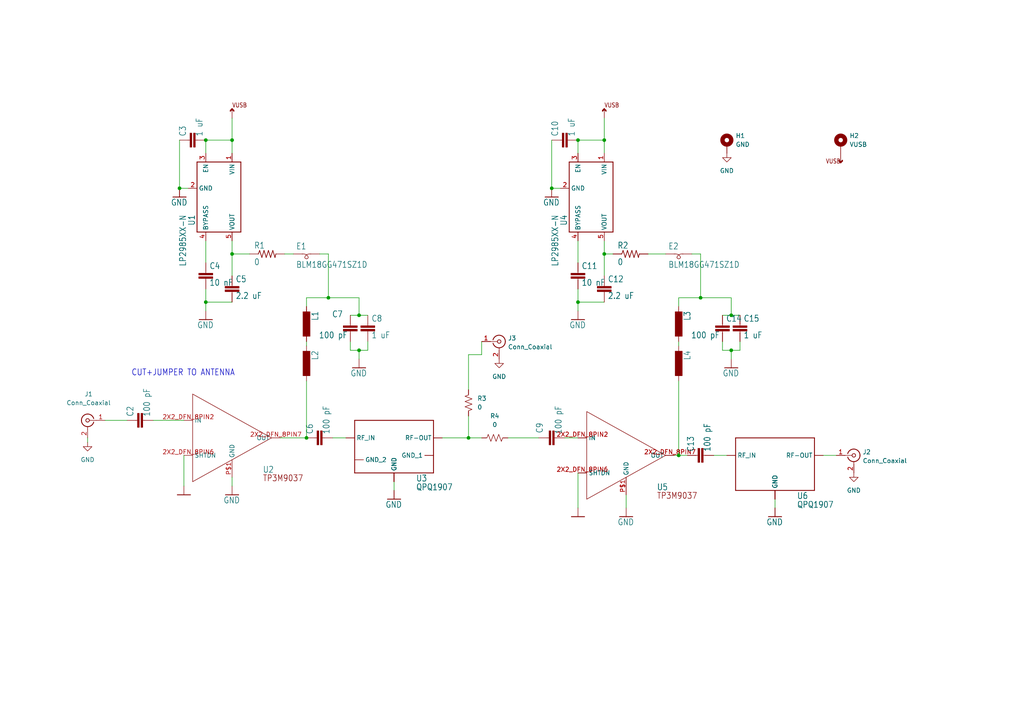
<source format=kicad_sch>
(kicad_sch (version 20211123) (generator eeschema)
  (paper "A4")
  (lib_symbols
    (symbol "Connector:Conn_Coaxial" (pin_names (offset 1.016) hide)
      (property "Reference" "J" (at 0.254 3.048 0))
      (property "Value" "Conn_Coaxial" (at 2.921 0 90))
      (symbol "Conn_Coaxial_0_1"
        (arc (start -1.778 -0.508) (mid 0.222 -1.808) (end 1.778 0) (stroke (width 0.254)))
        (polyline (pts (xy -2.54 0) (xy -0.508 0)))
        (polyline (pts (xy 0 -2.54) (xy 0 -1.778)))
        (circle (center 0 0) (radius 0.508) (stroke (width 0.2032)))
        (arc (start 1.778 0) (mid 0.222 1.8083) (end -1.778 0.508) (stroke (width 0.254)))
      )
      (symbol "Conn_Coaxial_1_1"
        (pin passive line (at -5.08 0 0) (length 2.54) (name "In") (number "1"))
        (pin passive line (at 0 -5.08 90) (length 2.54) (name "Ext") (number "2"))
      )
    )
    (symbol "Device:R_US" (pin_numbers hide) (pin_names (offset 0))
      (property "Reference" "R" (at 2.54 0 90))
      (property "Value" "R_US" (at -2.54 0 90))
      (symbol "R_US_0_1"
        (polyline (pts (xy 0 -2.286) (xy 0 -2.54)))
        (polyline (pts (xy 0 2.286) (xy 0 2.54)))
        (polyline (pts (xy 0 -0.762) (xy 1.016 -1.143) (xy 0 -1.524) (xy -1.016 -1.905) (xy 0 -2.286)))
        (polyline (pts (xy 0 0.762) (xy 1.016 0.381) (xy 0 0) (xy -1.016 -0.381) (xy 0 -0.762)))
        (polyline (pts (xy 0 2.286) (xy 1.016 1.905) (xy 0 1.524) (xy -1.016 1.143) (xy 0 0.762)))
      )
      (symbol "R_US_1_1"
        (pin passive line (at 0 3.81 270) (length 1.27) (name "~") (number "1"))
        (pin passive line (at 0 -3.81 90) (length 1.27) (name "~") (number "2"))
      )
    )
    (symbol "HGS_Reflector-eagle-import:C-EU0402-C-NOSILK"
      (property "Reference" "C" (at 1.524 0.381 0))
      (property "Value" "C-EU0402-C-NOSILK" (at 1.524 -4.699 0))
      (symbol "C-EU0402-C-NOSILK_1_0"
        (rectangle (start -2.032 -2.032) (end 2.032 -1.524) (fill (type outline)))
        (rectangle (start -2.032 -1.016) (end 2.032 -0.508) (fill (type outline)))
        (polyline (pts (xy 0 -2.54) (xy 0 -2.032)) (stroke (width 0.1524)))
        (polyline (pts (xy 0 0) (xy 0 -0.508)) (stroke (width 0.1524)))
        (pin passive line (at 0 2.54 270) (length 2.54) (name "1") (number "1"))
        (pin passive line (at 0 -5.08 90) (length 2.54) (name "2") (number "2"))
      )
    )
    (symbol "HGS_Reflector-eagle-import:C-EU0603-B-NOSILK"
      (property "Reference" "C" (at 1.524 0.381 0))
      (property "Value" "C-EU0603-B-NOSILK" (at 1.524 -4.699 0))
      (symbol "C-EU0603-B-NOSILK_1_0"
        (rectangle (start -2.032 -2.032) (end 2.032 -1.524) (fill (type outline)))
        (rectangle (start -2.032 -1.016) (end 2.032 -0.508) (fill (type outline)))
        (polyline (pts (xy 0 -2.54) (xy 0 -2.032)) (stroke (width 0.1524)))
        (polyline (pts (xy 0 0) (xy 0 -0.508)) (stroke (width 0.1524)))
        (pin passive line (at 0 2.54 270) (length 2.54) (name "1") (number "1"))
        (pin passive line (at 0 -5.08 90) (length 2.54) (name "2") (number "2"))
      )
    )
    (symbol "HGS_Reflector-eagle-import:C-EU0603-C-NOSILK"
      (property "Reference" "C" (at 1.524 0.381 0))
      (property "Value" "C-EU0603-C-NOSILK" (at 1.524 -4.699 0))
      (symbol "C-EU0603-C-NOSILK_1_0"
        (rectangle (start -2.032 -2.032) (end 2.032 -1.524) (fill (type outline)))
        (rectangle (start -2.032 -1.016) (end 2.032 -0.508) (fill (type outline)))
        (polyline (pts (xy 0 -2.54) (xy 0 -2.032)) (stroke (width 0.1524)))
        (polyline (pts (xy 0 0) (xy 0 -0.508)) (stroke (width 0.1524)))
        (pin passive line (at 0 2.54 270) (length 2.54) (name "1") (number "1"))
        (pin passive line (at 0 -5.08 90) (length 2.54) (name "2") (number "2"))
      )
    )
    (symbol "HGS_Reflector-eagle-import:GND" (power)
      (property "Value" "GND" (at -2.54 -2.54 0))
      (symbol "GND_1_0"
        (polyline (pts (xy -1.905 0) (xy 1.905 0)) (stroke (width 0.254)))
        (pin power_in line (at 0 2.54 270) (length 2.54) (name "GND") (number "1"))
      )
    )
    (symbol "HGS_Reflector-eagle-import:L-BEAD-0603-B"
      (property "Reference" "E" (at -4.318 1.27 0))
      (property "Value" "L-BEAD-0603-B" (at -4.318 -4.064 0))
      (symbol "L-BEAD-0603-B_1_0"
        (arc (start -1.778 -1.016) (mid -1.27 -1.6666) (end -0.762 -1.016) (stroke (width 0.1524)))
        (arc (start -1.27 -0.254) (mid -1.7574 -0.0446) (end -2.286 0) (stroke (width 0.1524)))
        (arc (start -1.27 -0.254) (mid -1.6022 -0.5829) (end -1.778 -1.016) (stroke (width 0.1524)))
        (arc (start -0.762 -1.016) (mid -0.9378 -0.5828) (end -1.27 -0.254) (stroke (width 0.1524)))
        (arc (start -0.254 0) (mid -0.7826 -0.0446) (end -1.27 -0.254) (stroke (width 0.1524)))
        (polyline (pts (xy -2.54 0) (xy -2.286 0)) (stroke (width 0.1524)))
        (polyline (pts (xy -0.254 0) (xy 0 0)) (stroke (width 0.1524)))
        (pin passive line (at -5.08 0 0) (length 2.54) (name "1") (number "1"))
        (pin passive line (at 2.54 0 180) (length 2.54) (name "2") (number "2"))
      )
    )
    (symbol "HGS_Reflector-eagle-import:L-EUL3216C"
      (property "Reference" "L" (at -1.4986 -3.81 90))
      (property "Value" "L-EUL3216C" (at 3.302 -3.81 90))
      (symbol "L-EUL3216C_1_0"
        (rectangle (start -1.016 -3.556) (end 1.016 3.556) (fill (type outline)))
        (pin passive line (at 0 5.08 270) (length 2.54) (name "1") (number "1"))
        (pin passive line (at 0 -5.08 90) (length 2.54) (name "2") (number "2"))
      )
    )
    (symbol "HGS_Reflector-eagle-import:LNA-TP3M9037"
      (symbol "LNA-TP3M9037_1_0"
        (polyline (pts (xy -8.89 -12.7) (xy -8.89 12.7)) (stroke (width 0.1524)))
        (polyline (pts (xy -8.89 -12.7) (xy 13.97 0)) (stroke (width 0.1524)))
        (polyline (pts (xy 13.97 0) (xy -8.89 12.7)) (stroke (width 0.1524)))
        (text "TP3M9037" (at 11.43 -12.7 0) (effects (font (size 1.778 1.5113)) (justify left bottom)))
        (pin bidirectional line (at -11.43 5.08 0) (length 2.54) (name "IN") (number "2X2_DFN_8PIN2"))
        (pin power_in line (at -11.43 -5.08 0) (length 2.54) (name "SHTDN") (number "2X2_DFN_8PIN6"))
        (pin bidirectional line (at 16.51 0 180) (length 2.54) (name "OUT") (number "2X2_DFN_8PIN7"))
        (pin power_in line (at 2.54 -11.43 90) (length 5.08) (name "GND") (number "P$1"))
      )
    )
    (symbol "HGS_Reflector-eagle-import:LP2985XX-N"
      (property "Reference" "U" (at 5.08 -7.62 0))
      (property "Value" "LP2985XX-N" (at 5.08 -10.16 0))
      (symbol "LP2985XX-N_1_0"
        (polyline (pts (xy -10.16 -5.08) (xy 10.16 -5.08)) (stroke (width 0.254)))
        (polyline (pts (xy -10.16 7.62) (xy -10.16 -5.08)) (stroke (width 0.254)))
        (polyline (pts (xy 10.16 -5.08) (xy 10.16 7.62)) (stroke (width 0.254)))
        (polyline (pts (xy 10.16 7.62) (xy -10.16 7.62)) (stroke (width 0.254)))
        (pin power_in line (at -12.7 5.08 0) (length 2.54) (name "VIN") (number "1"))
        (pin power_in line (at -2.54 -7.62 90) (length 2.54) (name "GND") (number "2"))
        (pin input line (at -12.7 -2.54 0) (length 2.54) (name "EN") (number "3"))
        (pin power_in line (at 12.7 -2.54 180) (length 2.54) (name "BYPASS") (number "4"))
        (pin power_in line (at 12.7 5.08 180) (length 2.54) (name "VOUT") (number "5"))
      )
    )
    (symbol "HGS_Reflector-eagle-import:QPQ1907"
      (property "Reference" "U" (at 6.35 -10.16 0))
      (property "Value" "QPQ1907" (at 6.35 -12.7 0))
      (symbol "QPQ1907_1_0"
        (polyline (pts (xy -11.43 -7.62) (xy -11.43 7.62)) (stroke (width 0.254)))
        (polyline (pts (xy -11.43 7.62) (xy 11.43 7.62)) (stroke (width 0.254)))
        (polyline (pts (xy 11.43 -7.62) (xy -11.43 -7.62)) (stroke (width 0.254)))
        (polyline (pts (xy 11.43 7.62) (xy 11.43 -7.62)) (stroke (width 0.254)))
        (pin power_in line (at 0 -10.16 90) (length 2.54) (name "GND") (number "GND"))
        (pin power_in line (at 0 -10.16 90) (length 2.54) (name "GND") (number "GND2"))
        (pin power_in line (at 0 -10.16 90) (length 2.54) (name "GND") (number "GND3"))
        (pin passive line (at -13.97 2.54 0) (length 2.54) (name "RF_IN") (number "INPUT"))
        (pin passive line (at 13.97 2.54 180) (length 2.54) (name "RF-OUT") (number "OUTPUT"))
      )
    )
    (symbol "HGS_Reflector-eagle-import:R-US_0603-B-NOSILK"
      (property "Reference" "R" (at -3.81 1.4986 0))
      (property "Value" "R-US_0603-B-NOSILK" (at -3.81 -3.302 0))
      (symbol "R-US_0603-B-NOSILK_1_0"
        (polyline (pts (xy -2.54 0) (xy -2.159 1.016)) (stroke (width 0.2032)))
        (polyline (pts (xy -2.159 1.016) (xy -1.524 -1.016)) (stroke (width 0.2032)))
        (polyline (pts (xy -1.524 -1.016) (xy -0.889 1.016)) (stroke (width 0.2032)))
        (polyline (pts (xy -0.889 1.016) (xy -0.254 -1.016)) (stroke (width 0.2032)))
        (polyline (pts (xy -0.254 -1.016) (xy 0.381 1.016)) (stroke (width 0.2032)))
        (polyline (pts (xy 0.381 1.016) (xy 1.016 -1.016)) (stroke (width 0.2032)))
        (polyline (pts (xy 1.016 -1.016) (xy 1.651 1.016)) (stroke (width 0.2032)))
        (polyline (pts (xy 1.651 1.016) (xy 2.286 -1.016)) (stroke (width 0.2032)))
        (polyline (pts (xy 2.286 -1.016) (xy 2.54 0)) (stroke (width 0.2032)))
        (pin passive line (at -5.08 0 0) (length 2.54) (name "1") (number "1"))
        (pin passive line (at 5.08 0 180) (length 2.54) (name "2") (number "2"))
      )
    )
    (symbol "HGS_Reflector-eagle-import:VUSB" (power)
      (symbol "VUSB_1_0"
        (polyline (pts (xy -0.508 2.032) (xy 0 2.54)) (stroke (width 0.254)))
        (polyline (pts (xy -0.508 2.286) (xy -0.508 2.032)) (stroke (width 0.254)))
        (polyline (pts (xy -0.508 2.286) (xy 0 2.794)) (stroke (width 0.254)))
        (polyline (pts (xy 0 2.54) (xy 0.508 2.032)) (stroke (width 0.254)))
        (polyline (pts (xy 0 2.794) (xy 0.508 2.286)) (stroke (width 0.254)))
        (polyline (pts (xy 0.508 2.286) (xy 0.508 2.032)) (stroke (width 0.254)))
        (text "VUSB" (at 0 3.048 0) (effects (font (size 1.27 1.0795)) (justify left bottom)))
        (pin power_in line (at 0 0 90) (length 2.54) (name "VUSB") (number "1"))
      )
    )
    (symbol "Mechanical:MountingHole_Pad" (pin_numbers hide) (pin_names (offset 1.016) hide)
      (property "Reference" "H" (at 0 6.35 0))
      (property "Value" "MountingHole_Pad" (at 0 4.445 0))
      (symbol "MountingHole_Pad_0_1"
        (circle (center 0 1.27) (radius 1.27) (stroke (width 1.27)))
      )
      (symbol "MountingHole_Pad_1_1"
        (pin input line (at 0 -2.54 90) (length 2.54) (name "1") (number "1"))
      )
    )
    (symbol "QPQ1907_1"
      (property "Reference" "U3" (at 6.35 -10.16 0))
      (property "Value" "QPQ1907_1" (at 6.35 -12.7 0))
      (symbol "QPQ1907_1_1_0"
        (polyline (pts (xy -11.43 -7.62) (xy -11.43 7.62)) (stroke (width 0.254)))
        (polyline (pts (xy -11.43 7.62) (xy 11.43 7.62)) (stroke (width 0.254)))
        (polyline (pts (xy 11.43 -7.62) (xy -11.43 -7.62)) (stroke (width 0.254)))
        (polyline (pts (xy 11.43 7.62) (xy 11.43 -7.62)) (stroke (width 0.254)))
        (pin power_in line (at 0 -10.16 90) (length 2.54) (name "GND") (number "GND"))
        (pin power_in line (at 0 -10.16 90) (length 2.54) (name "GND") (number "GND2"))
        (pin power_in line (at 0 -10.16 90) (length 2.54) (name "GND") (number "GND3"))
        (pin passive line (at -13.97 2.54 0) (length 2.54) (name "RF_IN") (number "INPUT"))
        (pin passive line (at 13.97 2.54 180) (length 2.54) (name "RF-OUT") (number "OUTPUT"))
      )
      (symbol "QPQ1907_1_1_1"
        (pin power_in line (at 11.43 -2.54 180) (length 2.54) (name "GND_1") (number ""))
        (pin power_in line (at -11.43 -3.81 0) (length 2.54) (name "GND_2") (number ""))
      )
    )
    (symbol "power:GND" (power) (pin_names (offset 0))
      (property "Value" "GND" (at 0 -3.81 0))
      (symbol "GND_0_1"
        (polyline (pts (xy 0 0) (xy 0 -1.27) (xy 1.27 -1.27) (xy 0 -2.54) (xy -1.27 -1.27) (xy 0 -1.27)))
      )
      (symbol "GND_1_1"
        (pin power_in line (at 0 0 270) (length 0) hide (name "GND") (number "1"))
      )
    )
  )
  (junction (at 95.25 86.36))
  (junction (at 104.14 91.44))
  (junction (at 52.07 54.61))
  (junction (at 196.85 132.08))
  (junction (at 104.14 101.6))
  (junction (at 175.26 73.66))
  (junction (at 212.09 101.6))
  (junction (at 59.69 40.64))
  (junction (at 67.31 40.64))
  (junction (at 67.31 73.66))
  (junction (at 160.02 54.61))
  (junction (at 135.89 127))
  (junction (at 212.09 91.44))
  (junction (at 59.69 87.63))
  (junction (at 175.26 40.64))
  (junction (at 167.64 40.64))
  (junction (at 88.9 127))
  (junction (at 203.2 86.36))
  (junction (at 167.64 87.63))
  (wire (pts (xy 212.09 104.14) (xy 212.09 101.6)))
  (wire (pts (xy 53.34 132.08) (xy 53.34 140.97)))
  (wire (pts (xy 209.55 101.6) (xy 212.09 101.6)))
  (wire (pts (xy 160.02 54.61) (xy 162.56 54.61)))
  (wire (pts (xy 128.27 127) (xy 135.89 127)))
  (wire (pts (xy 160.02 40.64) (xy 160.02 54.61)))
  (wire (pts (xy 209.55 101.6) (xy 209.55 99.06)))
  (wire (pts (xy 106.68 99.06) (xy 106.68 101.6)))
  (wire (pts (xy 139.7 99.06) (xy 139.7 102.87)))
  (wire (pts (xy 224.79 144.78) (xy 224.79 147.32)))
  (wire (pts (xy 214.63 99.06) (xy 214.63 101.6)))
  (wire (pts (xy 181.61 147.32) (xy 181.61 143.51)))
  (wire (pts (xy 67.31 140.97) (xy 67.31 138.43)))
  (wire (pts (xy 175.26 40.64) (xy 175.26 34.29)))
  (wire (pts (xy 88.9 127) (xy 88.9 110.49)))
  (wire (pts (xy 52.07 40.64) (xy 52.07 54.61)))
  (wire (pts (xy 167.64 87.63) (xy 167.64 83.82)))
  (wire (pts (xy 167.64 76.2) (xy 167.64 69.85)))
  (wire (pts (xy 59.69 87.63) (xy 67.31 87.63)))
  (wire (pts (xy 104.14 104.14) (xy 104.14 101.6)))
  (wire (pts (xy 95.25 86.36) (xy 95.25 73.66)))
  (wire (pts (xy 212.09 86.36) (xy 203.2 86.36)))
  (wire (pts (xy 59.69 40.64) (xy 67.31 40.64)))
  (wire (pts (xy 67.31 40.64) (xy 67.31 34.29)))
  (wire (pts (xy 101.6 101.6) (xy 101.6 99.06)))
  (wire (pts (xy 212.09 91.44) (xy 214.63 91.44)))
  (wire (pts (xy 104.14 91.44) (xy 106.68 91.44)))
  (wire (pts (xy 175.26 73.66) (xy 175.26 69.85)))
  (wire (pts (xy 167.64 40.64) (xy 175.26 40.64)))
  (wire (pts (xy 200.66 73.66) (xy 203.2 73.66)))
  (wire (pts (xy 59.69 76.2) (xy 59.69 69.85)))
  (wire (pts (xy 207.01 132.08) (xy 210.82 132.08)))
  (wire (pts (xy 81.28 127) (xy 88.9 127)))
  (wire (pts (xy 82.55 73.66) (xy 85.09 73.66)))
  (wire (pts (xy 196.85 86.36) (xy 203.2 86.36)))
  (wire (pts (xy 104.14 86.36) (xy 104.14 91.44)))
  (wire (pts (xy 100.33 127) (xy 96.52 127)))
  (wire (pts (xy 88.9 88.9) (xy 88.9 86.36)))
  (wire (pts (xy 167.64 137.16) (xy 167.64 147.32)))
  (wire (pts (xy 101.6 101.6) (xy 104.14 101.6)))
  (wire (pts (xy 95.25 86.36) (xy 104.14 86.36)))
  (wire (pts (xy 199.39 132.08) (xy 196.85 132.08)))
  (wire (pts (xy 44.45 121.92) (xy 53.34 121.92)))
  (wire (pts (xy 36.83 121.92) (xy 30.48 121.92)))
  (wire (pts (xy 196.85 99.06) (xy 196.85 100.33)))
  (wire (pts (xy 106.68 101.6) (xy 104.14 101.6)))
  (wire (pts (xy 196.85 88.9) (xy 196.85 86.36)))
  (wire (pts (xy 203.2 73.66) (xy 203.2 86.36)))
  (wire (pts (xy 92.71 73.66) (xy 95.25 73.66)))
  (wire (pts (xy 214.63 101.6) (xy 212.09 101.6)))
  (wire (pts (xy 67.31 73.66) (xy 72.39 73.66)))
  (wire (pts (xy 114.3 139.7) (xy 114.3 142.24)))
  (wire (pts (xy 88.9 99.06) (xy 88.9 100.33)))
  (wire (pts (xy 135.89 120.65) (xy 135.89 127)))
  (wire (pts (xy 59.69 90.17) (xy 59.69 87.63)))
  (wire (pts (xy 175.26 44.45) (xy 175.26 40.64)))
  (wire (pts (xy 101.6 91.44) (xy 104.14 91.44)))
  (wire (pts (xy 67.31 73.66) (xy 67.31 80.01)))
  (wire (pts (xy 67.31 44.45) (xy 67.31 40.64)))
  (wire (pts (xy 52.07 54.61) (xy 54.61 54.61)))
  (wire (pts (xy 67.31 73.66) (xy 67.31 69.85)))
  (wire (pts (xy 238.76 132.08) (xy 242.57 132.08)))
  (wire (pts (xy 175.26 73.66) (xy 175.26 80.01)))
  (wire (pts (xy 139.7 102.87) (xy 135.89 102.87)))
  (wire (pts (xy 147.32 127) (xy 156.21 127)))
  (wire (pts (xy 187.96 73.66) (xy 193.04 73.66)))
  (wire (pts (xy 196.85 132.08) (xy 196.85 110.49)))
  (wire (pts (xy 59.69 44.45) (xy 59.69 40.64)))
  (wire (pts (xy 167.64 44.45) (xy 167.64 40.64)))
  (wire (pts (xy 175.26 73.66) (xy 177.8 73.66)))
  (wire (pts (xy 167.64 90.17) (xy 167.64 87.63)))
  (wire (pts (xy 88.9 86.36) (xy 95.25 86.36)))
  (wire (pts (xy 135.89 102.87) (xy 135.89 113.03)))
  (wire (pts (xy 135.89 127) (xy 139.7 127)))
  (wire (pts (xy 25.4 128.27) (xy 25.4 127)))
  (wire (pts (xy 167.64 87.63) (xy 175.26 87.63)))
  (wire (pts (xy 163.83 127) (xy 167.64 127)))
  (wire (pts (xy 59.69 87.63) (xy 59.69 83.82)))
  (wire (pts (xy 212.09 91.44) (xy 212.09 86.36)))
  (wire (pts (xy 195.58 132.08) (xy 196.85 132.08)))
  (wire (pts (xy 209.55 91.44) (xy 212.09 91.44)))
  (text "CUT+JUMPER TO ANTENNA" (at 38.1 109.22 180) (effects (font (size 1.778 1.5113)) (justify left bottom)))
  (symbol (lib_id "Connector:Conn_Coaxial") (at 247.65 132.08 0) (unit 1)
    (property "Reference" "J2" (at 250.19 131.1031 0) (effects (justify left)))
    (property "Value" "Conn_Coaxial" (at 250.19 133.6431 0) (effects (justify left)))
    (property "Footprint" "Connector_Coaxial:SMA_Molex_73251-1153_EdgeMount_Horizontal" (effects hide))
    (property "Datasheet" " ~" (effects hide))
  )
  (symbol (lib_id "HGS_Reflector-eagle-import:GND") (at 167.64 92.71 0) (unit 1)
    (property "Reference" "#GND0104" (effects hide))
    (property "Value" "GND" (at 165.1 95.25 0) (effects (font (size 1.778 1.5113)) (justify left bottom)))
  )
  (symbol (lib_id "HGS_Reflector-eagle-import:GND") (at 167.64 149.86 0) (unit 1)
    (property "Reference" "#GND0113" (effects hide))
    (property "Value" "GND" (at 165.1 152.4 0) (effects (font (size 1.778 1.5113)) (justify left bottom)))
    (property "Value" "GND" (effects hide))
  )
  (symbol (lib_id "HGS_Reflector-eagle-import:QPQ1907") (at 224.79 134.62 0) (unit 1)
    (property "Reference" "U6" (at 231.14 144.78 0) (effects (font (size 1.778 1.5113)) (justify left bottom)))
    (property "Value" "QPQ1907" (at 231.14 147.32 0) (effects (font (size 1.778 1.5113)) (justify left bottom)))
    (property "Footprint" "HGS_Reflector:QPQ1907" (effects hide))
  )
  (symbol (lib_id "power:GND") (at 144.78 104.14 0) (unit 1)
    (property "Reference" "#PWR0102" (effects hide))
    (property "Value" "GND" (at 144.78 109.22 0))
  )
  (symbol (lib_id "HGS_Reflector-eagle-import:C-EU0603-B-NOSILK") (at 67.31 82.55 0) (unit 1)
    (property "Reference" "C5" (at 68.326 81.915 0) (effects (font (size 1.778 1.5113)) (justify left bottom)))
    (property "Value" "2.2 uF" (at 68.326 86.741 0) (effects (font (size 1.778 1.5113)) (justify left bottom)))
    (property "Footprint" "HGS_Reflector:.0603-B-NOSILK" (effects hide))
  )
  (symbol (lib_id "HGS_Reflector-eagle-import:L-EUL3216C") (at 88.9 105.41 180) (unit 1)
    (property "Reference" "L2" (at 90.3986 101.6 90) (effects (font (size 1.778 1.5113)) (justify left bottom)))
    (property "Value" "10n" (at 85.598 101.6 90) (effects (font (size 1.778 1.5113)) (justify left bottom)))
    (property "Footprint" "HGS_Reflector:L3216C" (effects hide))
    (property "Value" "10n" (effects hide))
  )
  (symbol (lib_id "Device:R_US") (at 143.51 127 90) (unit 1)
    (property "Reference" "R4" (at 143.51 120.65 90))
    (property "Value" "0" (at 143.51 123.19 90))
    (property "Footprint" "HGS_Reflector:.0603-B-NOSILK" (effects hide))
  )
  (symbol (lib_id "HGS_Reflector-eagle-import:GND") (at 224.79 149.86 0) (unit 1)
    (property "Reference" "#GND0102" (effects hide))
    (property "Value" "GND" (at 222.25 152.4 0) (effects (font (size 1.778 1.5113)) (justify left bottom)))
  )
  (symbol (lib_id "HGS_Reflector-eagle-import:L-EUL3216C") (at 88.9 93.98 180) (unit 1)
    (property "Reference" "L1" (at 90.3986 90.17 90) (effects (font (size 1.778 1.5113)) (justify left bottom)))
    (property "Value" "8n" (at 85.598 90.17 90) (effects (font (size 1.778 1.5113)) (justify left bottom)))
    (property "Footprint" "HGS_Reflector:L3216C" (effects hide))
    (property "Value" "8n" (effects hide))
  )
  (symbol (lib_id "Connector:Conn_Coaxial") (at 144.78 99.06 0) (unit 1)
    (property "Reference" "J3" (at 147.32 98.0831 0) (effects (justify left)))
    (property "Value" "Conn_Coaxial" (at 147.32 100.6231 0) (effects (justify left)))
    (property "Footprint" "Connector_Coaxial:SMA_Molex_73251-1153_EdgeMount_Horizontal" (effects hide))
    (property "Datasheet" " ~" (effects hide))
  )
  (symbol (lib_id "HGS_Reflector-eagle-import:C-EU0603-B-NOSILK") (at 175.26 82.55 0) (unit 1)
    (property "Reference" "C12" (at 176.276 81.915 0) (effects (font (size 1.778 1.5113)) (justify left bottom)))
    (property "Value" "2.2 uF" (at 176.276 86.741 0) (effects (font (size 1.778 1.5113)) (justify left bottom)))
    (property "Footprint" "HGS_Reflector:.0603-B-NOSILK" (effects hide))
  )
  (symbol (lib_id "HGS_Reflector-eagle-import:L-BEAD-0603-B") (at 90.17 73.66 0) (unit 1)
    (property "Reference" "E1" (at 85.852 72.39 0) (effects (font (size 1.778 1.5113)) (justify left bottom)))
    (property "Value" "BLM18GG471SZ1D" (at 85.852 77.724 0) (effects (font (size 1.778 1.5113)) (justify left bottom)))
    (property "Footprint" "HGS_Reflector:.0603-B" (effects hide))
  )
  (symbol (lib_id "HGS_Reflector-eagle-import:GND") (at 67.31 143.51 0) (unit 1)
    (property "Reference" "#GND0110" (effects hide))
    (property "Value" "GND" (at 64.77 146.05 0) (effects (font (size 1.778 1.5113)) (justify left bottom)))
  )
  (symbol (lib_id "HGS_Reflector-eagle-import:LP2985XX-N") (at 170.18 57.15 270) (unit 1)
    (property "Reference" "U4" (at 162.56 62.23 0) (effects (font (size 1.778 1.5113)) (justify left bottom)))
    (property "Value" "LP2985XX-N" (at 160.02 62.23 0) (effects (font (size 1.778 1.5113)) (justify left bottom)))
    (property "Footprint" "HGS_Reflector:SOT-23" (effects hide))
  )
  (symbol (lib_id "HGS_Reflector-eagle-import:C-EU0603-B-NOSILK") (at 59.69 78.74 0) (unit 1)
    (property "Reference" "C4" (at 60.706 78.105 0) (effects (font (size 1.778 1.5113)) (justify left bottom)))
    (property "Value" "10 nF" (at 60.706 82.931 0) (effects (font (size 1.778 1.5113)) (justify left bottom)))
    (property "Footprint" "HGS_Reflector:.0603-B-NOSILK" (effects hide))
  )
  (symbol (lib_id "HGS_Reflector-eagle-import:C-EU0603-B-NOSILK") (at 162.56 40.64 90) (unit 1)
    (property "Reference" "C10" (at 161.925 39.624 0) (effects (font (size 1.778 1.5113)) (justify left bottom)))
    (property "Value" "1 uF" (at 166.751 39.624 0) (effects (font (size 1.778 1.5113)) (justify left bottom)))
    (property "Footprint" "HGS_Reflector:.0603-B-NOSILK" (effects hide))
  )
  (symbol (lib_id "HGS_Reflector-eagle-import:C-EU0402-C-NOSILK") (at 39.37 121.92 90) (unit 1)
    (property "Reference" "C2" (at 38.735 120.904 0) (effects (font (size 1.778 1.5113)) (justify left bottom)))
    (property "Value" "100 pF" (at 43.561 120.904 0) (effects (font (size 1.778 1.5113)) (justify left bottom)))
    (property "Footprint" "HGS_Reflector:.0402-C-NOSILK" (effects hide))
  )
  (symbol (lib_id "HGS_Reflector-eagle-import:GND") (at 52.07 57.15 0) (unit 1)
    (property "Reference" "#GND0106" (effects hide))
    (property "Value" "GND" (at 49.53 59.69 0) (effects (font (size 1.778 1.5113)) (justify left bottom)))
  )
  (symbol (lib_id "HGS_Reflector-eagle-import:C-EU0603-C-NOSILK") (at 101.6 93.98 0) (unit 1)
    (property "Reference" "C7" (at 96.266 92.075 0) (effects (font (size 1.778 1.5113)) (justify left bottom)))
    (property "Value" "100 pF" (at 92.456 98.171 0) (effects (font (size 1.778 1.5113)) (justify left bottom)))
    (property "Footprint" "HGS_Reflector:.0603-C-NOSILK" (effects hide))
  )
  (symbol (lib_id "HGS_Reflector-eagle-import:C-EU0603-C-NOSILK") (at 214.63 93.98 0) (unit 1)
    (property "Reference" "C15" (at 215.646 93.345 0) (effects (font (size 1.778 1.5113)) (justify left bottom)))
    (property "Value" "1 uF" (at 215.646 98.171 0) (effects (font (size 1.778 1.5113)) (justify left bottom)))
    (property "Footprint" "HGS_Reflector:.0603-C-NOSILK" (effects hide))
  )
  (symbol (lib_id "HGS_Reflector-eagle-import:VUSB") (at 175.26 34.29 0) (unit 1)
    (property "Reference" "#V0101" (effects hide))
    (property "Value" "VUSB" (effects hide))
  )
  (symbol (lib_id "HGS_Reflector-eagle-import:GND") (at 181.61 149.86 0) (unit 1)
    (property "Reference" "#GND0111" (effects hide))
    (property "Value" "GND" (at 179.07 152.4 0) (effects (font (size 1.778 1.5113)) (justify left bottom)))
  )
  (symbol (lib_id "HGS_Reflector-eagle-import:L-EUL3216C") (at 196.85 93.98 180) (unit 1)
    (property "Reference" "L3" (at 198.3486 90.17 90) (effects (font (size 1.778 1.5113)) (justify left bottom)))
    (property "Value" "8n" (at 193.548 90.17 90) (effects (font (size 1.778 1.5113)) (justify left bottom)))
    (property "Footprint" "HGS_Reflector:L3216C" (effects hide))
    (property "Value" "8n" (effects hide))
  )
  (symbol (lib_id "HGS_Reflector-eagle-import:L-EUL3216C") (at 196.85 105.41 180) (unit 1)
    (property "Reference" "L4" (at 198.3486 101.6 90) (effects (font (size 1.778 1.5113)) (justify left bottom)))
    (property "Value" "10n" (at 193.548 101.6 90) (effects (font (size 1.778 1.5113)) (justify left bottom)))
    (property "Footprint" "HGS_Reflector:L3216C" (effects hide))
    (property "Value" "10n" (effects hide))
  )
  (symbol (lib_id "HGS_Reflector-eagle-import:C-EU0603-C-NOSILK") (at 106.68 93.98 0) (unit 1)
    (property "Reference" "C8" (at 107.696 93.345 0) (effects (font (size 1.778 1.5113)) (justify left bottom)))
    (property "Value" "1 uF" (at 107.696 98.171 0) (effects (font (size 1.778 1.5113)) (justify left bottom)))
    (property "Footprint" "HGS_Reflector:.0603-C-NOSILK" (effects hide))
  )
  (symbol (lib_id "HGS_Reflector-eagle-import:R-US_0603-B-NOSILK") (at 182.88 73.66 0) (unit 1)
    (property "Reference" "R2" (at 179.07 72.1614 0) (effects (font (size 1.778 1.5113)) (justify left bottom)))
    (property "Value" "0" (at 179.07 76.962 0) (effects (font (size 1.778 1.5113)) (justify left bottom)))
    (property "Footprint" "HGS_Reflector:.0603-B-NOSILK" (effects hide))
  )
  (symbol (lib_id "HGS_Reflector-eagle-import:LNA-TP3M9037") (at 64.77 127 0) (unit 1)
    (property "Reference" "U2" (at 76.2 137.16 0) (effects (font (size 1.778 1.5113)) (justify left bottom)))
    (property "Value" "LNA-TP3M9037" (effects hide))
    (property "Footprint" "HGS_Reflector:TP3M9037" (effects hide))
  )
  (symbol (lib_id "HGS_Reflector-eagle-import:GND") (at 59.69 92.71 0) (unit 1)
    (property "Reference" "#GND0105" (effects hide))
    (property "Value" "GND" (at 57.15 95.25 0) (effects (font (size 1.778 1.5113)) (justify left bottom)))
  )
  (symbol (lib_id "Connector:Conn_Coaxial") (at 25.4 121.92 0) (mirror y) (unit 1)
    (property "Reference" "J1" (at 25.7174 114.3 0))
    (property "Value" "Conn_Coaxial" (at 25.7174 116.84 0))
    (property "Footprint" "Connector_Coaxial:SMA_Molex_73251-1153_EdgeMount_Horizontal" (effects hide))
    (property "Datasheet" " ~" (effects hide))
  )
  (symbol (lib_id "HGS_Reflector-eagle-import:C-EU0603-B-NOSILK") (at 167.64 78.74 0) (unit 1)
    (property "Reference" "C11" (at 168.656 78.105 0) (effects (font (size 1.778 1.5113)) (justify left bottom)))
    (property "Value" "10 nF" (at 168.656 82.931 0) (effects (font (size 1.778 1.5113)) (justify left bottom)))
    (property "Footprint" "HGS_Reflector:.0603-B-NOSILK" (effects hide))
  )
  (symbol (lib_id "HGS_Reflector-eagle-import:VUSB") (at 67.31 34.29 0) (unit 1)
    (property "Reference" "#V0102" (effects hide))
    (property "Value" "VUSB" (effects hide))
  )
  (symbol (lib_id "HGS_Reflector-eagle-import:GND") (at 114.3 144.78 0) (unit 1)
    (property "Reference" "#GND0112" (effects hide))
    (property "Value" "GND" (at 111.76 147.32 0) (effects (font (size 1.778 1.5113)) (justify left bottom)))
  )
  (symbol (lib_id "HGS_Reflector-eagle-import:GND") (at 160.02 57.15 0) (unit 1)
    (property "Reference" "#GND0103" (effects hide))
    (property "Value" "GND" (at 157.48 59.69 0) (effects (font (size 1.778 1.5113)) (justify left bottom)))
  )
  (symbol (lib_id "HGS_Reflector-eagle-import:VUSB") (at 243.84 44.45 180) (unit 1)
    (property "Reference" "#V0103" (effects hide))
    (property "Value" "VUSB" (effects hide))
  )
  (symbol (lib_id "power:GND") (at 247.65 137.16 0) (unit 1)
    (property "Reference" "#PWR0101" (effects hide))
    (property "Value" "GND" (at 247.65 142.24 0))
  )
  (symbol (lib_id "HGS_Reflector-eagle-import:LP2985XX-N") (at 62.23 57.15 270) (unit 1)
    (property "Reference" "U1" (at 54.61 62.23 0) (effects (font (size 1.778 1.5113)) (justify left bottom)))
    (property "Value" "LP2985XX-N" (at 52.07 62.23 0) (effects (font (size 1.778 1.5113)) (justify left bottom)))
    (property "Footprint" "HGS_Reflector:SOT-23" (effects hide))
  )
  (symbol (lib_id "Mechanical:MountingHole_Pad") (at 243.84 41.91 0) (unit 1)
    (property "Reference" "H2" (at 246.38 39.3699 0) (effects (justify left)))
    (property "Value" "VUSB" (at 246.38 41.9099 0) (effects (justify left)))
    (property "Footprint" "Connector_PinHeader_2.00mm:PinHeader_1x01_P2.00mm_Vertical" (effects hide))
  )
  (symbol (lib_id "HGS_Reflector-eagle-import:LNA-TP3M9037") (at 179.07 132.08 0) (unit 1)
    (property "Reference" "U5" (at 190.5 142.24 0) (effects (font (size 1.778 1.5113)) (justify left bottom)))
    (property "Value" "LNA-TP3M9037" (effects hide))
    (property "Footprint" "HGS_Reflector:TP3M9037" (effects hide))
  )
  (symbol (lib_id "HGS_Reflector-eagle-import:C-EU0402-C-NOSILK") (at 91.44 127 90) (unit 1)
    (property "Reference" "C6" (at 90.805 125.984 0) (effects (font (size 1.778 1.5113)) (justify left bottom)))
    (property "Value" "100 pF" (at 95.631 125.984 0) (effects (font (size 1.778 1.5113)) (justify left bottom)))
    (property "Footprint" "HGS_Reflector:.0402-C-NOSILK" (effects hide))
  )
  (symbol (lib_id "HGS_Reflector-eagle-import:R-US_0603-B-NOSILK") (at 77.47 73.66 0) (unit 1)
    (property "Reference" "R1" (at 73.66 72.1614 0) (effects (font (size 1.778 1.5113)) (justify left bottom)))
    (property "Value" "0" (at 73.66 76.962 0) (effects (font (size 1.778 1.5113)) (justify left bottom)))
    (property "Footprint" "HGS_Reflector:.0603-B-NOSILK" (effects hide))
  )
  (symbol (lib_id "HGS_Reflector-eagle-import:C-EU0603-C-NOSILK") (at 209.55 93.98 0) (unit 1)
    (property "Reference" "C14" (at 210.566 93.345 0) (effects (font (size 1.778 1.5113)) (justify left bottom)))
    (property "Value" "100 pF" (at 200.406 98.171 0) (effects (font (size 1.778 1.5113)) (justify left bottom)))
    (property "Footprint" "HGS_Reflector:.0603-C-NOSILK" (effects hide))
  )
  (symbol (lib_id "HGS_Reflector-eagle-import:C-EU0603-B-NOSILK") (at 54.61 40.64 90) (unit 1)
    (property "Reference" "C3" (at 53.975 39.624 0) (effects (font (size 1.778 1.5113)) (justify left bottom)))
    (property "Value" "1 uF" (at 58.801 39.624 0) (effects (font (size 1.778 1.5113)) (justify left bottom)))
    (property "Footprint" "HGS_Reflector:.0603-B-NOSILK" (effects hide))
  )
  (symbol (lib_id "HGS_Reflector-eagle-import:GND") (at 104.14 106.68 0) (unit 1)
    (property "Reference" "#GND0107" (effects hide))
    (property "Value" "GND" (at 101.6 109.22 0) (effects (font (size 1.778 1.5113)) (justify left bottom)))
  )
  (symbol (lib_id "HGS_Reflector-eagle-import:GND") (at 53.34 143.51 0) (unit 1)
    (property "Reference" "#GND0109" (effects hide))
    (property "Value" "GND" (at 50.8 146.05 0) (effects (font (size 1.778 1.5113)) (justify left bottom)))
    (property "Value" "GND" (effects hide))
  )
  (symbol (lib_id "HGS_Reflector-eagle-import:L-BEAD-0603-B") (at 198.12 73.66 0) (unit 1)
    (property "Reference" "E2" (at 193.802 72.39 0) (effects (font (size 1.778 1.5113)) (justify left bottom)))
    (property "Value" "BLM18GG471SZ1D" (at 193.802 77.724 0) (effects (font (size 1.778 1.5113)) (justify left bottom)))
    (property "Footprint" "HGS_Reflector:.0603-B" (effects hide))
  )
  (symbol (lib_id "HGS_Reflector-eagle-import:C-EU0402-C-NOSILK") (at 158.75 127 90) (unit 1)
    (property "Reference" "C9" (at 157.48 125.73 0) (effects (font (size 1.778 1.5113)) (justify left bottom)))
    (property "Value" "100 pF" (at 162.941 125.984 0) (effects (font (size 1.778 1.5113)) (justify left bottom)))
    (property "Footprint" "HGS_Reflector:.0402-C-NOSILK" (effects hide))
  )
  (symbol (lib_id "HGS_Reflector-eagle-import:GND") (at 212.09 106.68 0) (unit 1)
    (property "Reference" "#GND0101" (effects hide))
    (property "Value" "GND" (at 209.55 109.22 0) (effects (font (size 1.778 1.5113)) (justify left bottom)))
  )
  (symbol (lib_id "power:GND") (at 210.82 44.45 0) (unit 1)
    (property "Reference" "#PWR0104" (effects hide))
    (property "Value" "GND" (at 210.82 49.53 0))
  )
  (symbol (lib_id "Device:R_US") (at 135.89 116.84 0) (mirror y) (unit 1)
    (property "Reference" "R3" (at 138.43 115.5699 0) (effects (justify right)))
    (property "Value" "0" (at 138.43 118.1099 0) (effects (justify right)))
    (property "Footprint" "HGS_Reflector:.0603-B-NOSILK" (effects hide))
  )
  (symbol (lib_id "HGS_Reflector-eagle-import:C-EU0402-C-NOSILK") (at 201.93 132.08 90) (unit 1)
    (property "Reference" "C13" (at 201.295 131.064 0) (effects (font (size 1.778 1.5113)) (justify left bottom)))
    (property "Value" "100 pF" (at 206.121 131.064 0) (effects (font (size 1.778 1.5113)) (justify left bottom)))
    (property "Footprint" "HGS_Reflector:.0402-C-NOSILK" (effects hide))
  )
  (symbol (lib_id "Mechanical:MountingHole_Pad") (at 210.82 41.91 0) (unit 1)
    (property "Reference" "H1" (at 213.36 39.3699 0) (effects (justify left)))
    (property "Value" "GND" (at 213.36 41.9099 0) (effects (justify left)))
    (property "Footprint" "Connector_PinHeader_2.00mm:PinHeader_1x01_P2.00mm_Vertical" (effects hide))
  )
  (symbol (lib_id "power:GND") (at 25.4 128.27 0) (unit 1)
    (property "Reference" "#PWR0103" (effects hide))
    (property "Value" "GND" (at 25.4 133.35 0))
  )
  (symbol (lib_name "QPQ1907_1") (lib_id "HGS_Reflector-eagle-import:QPQ1907") (at 114.3 129.54 0) (unit 1)
    (property "Reference" "U3" (at 120.65 139.7 0) (effects (font (size 1.778 1.5113)) (justify left bottom)))
    (property "Value" "QPQ1907" (at 120.65 142.24 0) (effects (font (size 1.778 1.5113)) (justify left bottom)))
    (property "Footprint" "HGS_Reflector:QPQ1907" (effects hide))
  )
)
</source>
